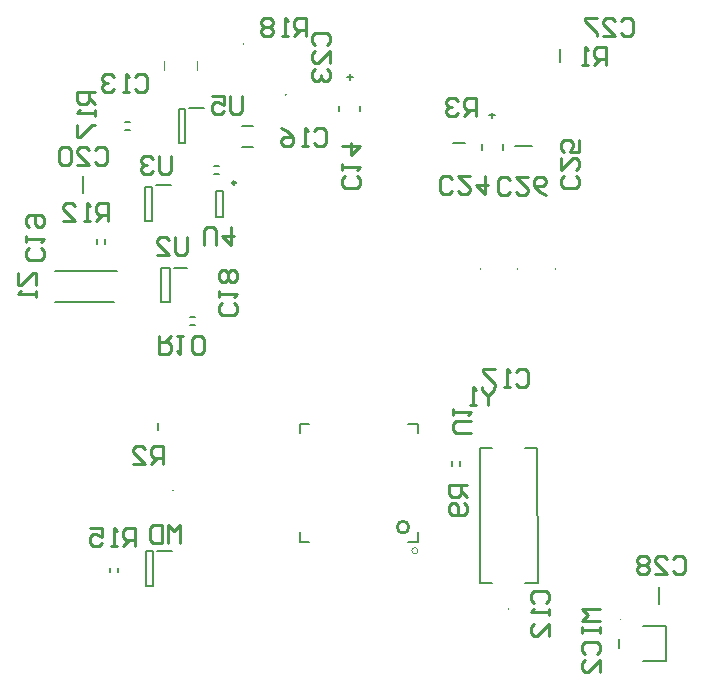
<source format=gbo>
G04*
G04 #@! TF.GenerationSoftware,Altium Limited,Altium Designer,22.6.1 (34)*
G04*
G04 Layer_Color=32896*
%FSLAX25Y25*%
%MOIN*%
G70*
G04*
G04 #@! TF.SameCoordinates,DDC90878-0471-41C9-9F99-EECD3968BD0F*
G04*
G04*
G04 #@! TF.FilePolarity,Positive*
G04*
G01*
G75*
%ADD10C,0.00394*%
%ADD11C,0.00787*%
%ADD13C,0.01000*%
%ADD112C,0.00000*%
%ADD113C,0.00984*%
%ADD114C,0.00800*%
%ADD115C,0.00591*%
D10*
X340870Y285374D02*
G03*
X340476Y285374I-197J0D01*
G01*
D02*
G03*
X340870Y285374I197J0D01*
G01*
X319000Y402595D02*
G03*
X319000Y402201I0J-197D01*
G01*
D02*
G03*
X319000Y402595I0J197D01*
G01*
X294000D02*
G03*
X294000Y402201I0J-197D01*
G01*
D02*
G03*
X294000Y402595I0J197D01*
G01*
X306500D02*
G03*
X306500Y402201I0J-197D01*
G01*
D02*
G03*
X306500Y402595I0J197D01*
G01*
X191405Y328500D02*
G03*
X191799Y328500I197J0D01*
G01*
D02*
G03*
X191405Y328500I-197J0D01*
G01*
X303500Y289196D02*
G03*
X303500Y288802I0J-197D01*
G01*
D02*
G03*
X303500Y289196I0J197D01*
G01*
X199492Y471714D02*
X199512Y468564D01*
X188508D02*
Y471714D01*
D11*
X229197Y460417D02*
G03*
X229197Y460417I-197J0D01*
G01*
X215197Y477347D02*
G03*
X215197Y477347I-197J0D01*
G01*
X348350Y283405D02*
X355831D01*
Y271595D02*
Y283405D01*
X348350Y271595D02*
X355831D01*
X340083Y275925D02*
Y279075D01*
X193417Y455709D02*
X195583D01*
X193417Y444291D02*
Y455709D01*
Y444291D02*
X195583D01*
Y455709D01*
X196961Y455905D02*
X201882D01*
X175713Y448622D02*
X177287D01*
X175713Y451378D02*
X177287D01*
X214734Y450056D02*
X218266D01*
X214734Y442944D02*
X218266D01*
X353500Y290744D02*
Y296256D01*
X173378Y301213D02*
Y302787D01*
X170622Y301213D02*
Y302787D01*
X186288Y308405D02*
X191210D01*
X184910Y296791D02*
Y308209D01*
X182745Y296791D02*
X184910D01*
X182745D02*
Y308209D01*
X184910D01*
X301543Y442114D02*
Y443886D01*
X294457Y442114D02*
Y443886D01*
X298000Y452547D02*
Y454516D01*
X297016Y453532D02*
X298984D01*
X284933Y444500D02*
X289067D01*
X305744Y443500D02*
X311256D01*
X320500Y471433D02*
Y475567D01*
X249516Y466413D02*
X251484D01*
X250500Y465429D02*
Y467398D01*
X246957Y454996D02*
Y456768D01*
X254043Y454996D02*
Y456768D01*
X205213Y434056D02*
X206787D01*
X205213Y436812D02*
X206787D01*
X197350Y386378D02*
X198925D01*
X197350Y383622D02*
X198925D01*
X186500Y348819D02*
Y351181D01*
X152157Y401618D02*
X173024D01*
X152157Y391382D02*
X171843D01*
X161500Y427744D02*
Y433256D01*
X166122Y410713D02*
Y412287D01*
X168878Y410713D02*
Y412287D01*
X191992Y402807D02*
X196126D01*
X190614Y391291D02*
Y402709D01*
X187661Y391291D02*
X190614D01*
X187661D02*
Y402709D01*
X190614D01*
X186059Y430299D02*
X190784D01*
X184681Y418291D02*
Y429709D01*
X182319Y418291D02*
X184681D01*
X182319D02*
Y429709D01*
X184681D01*
X309012Y297857D02*
X313146D01*
X312949Y342739D02*
X313146Y297857D01*
X309012Y342739D02*
X312949D01*
X293854D02*
X297988D01*
X293854Y297857D02*
Y342739D01*
Y297857D02*
X297988D01*
X284622Y336713D02*
Y338287D01*
X287378Y336713D02*
Y338287D01*
D13*
X270233Y316333D02*
G03*
X270233Y316333I-1969J0D01*
G01*
X312001Y290999D02*
X311001Y291999D01*
Y293998D01*
X312001Y294998D01*
X315999D01*
X316999Y293998D01*
Y291999D01*
X315999Y290999D01*
X316999Y289000D02*
Y287000D01*
Y288000D01*
X311001D01*
X312001Y289000D01*
X316999Y280002D02*
Y284001D01*
X313000Y280002D01*
X312001D01*
X311001Y281002D01*
Y283001D01*
X312001Y284001D01*
X333999Y288997D02*
X328001D01*
X330000Y286997D01*
X328001Y284998D01*
X333999D01*
X328001Y282998D02*
Y280999D01*
Y281999D01*
X333999D01*
Y282998D01*
Y280999D01*
X329001Y274002D02*
X328001Y275001D01*
Y277000D01*
X329001Y278000D01*
X332999D01*
X333999Y277000D01*
Y275001D01*
X332999Y274002D01*
X333999Y268003D02*
Y272002D01*
X330000Y268003D01*
X329001D01*
X328001Y269003D01*
Y271002D01*
X329001Y272002D01*
X214498Y459999D02*
Y455001D01*
X213499Y454001D01*
X211499D01*
X210500Y455001D01*
Y459999D01*
X204502D02*
X208500D01*
Y457000D01*
X206501Y458000D01*
X205501D01*
X204502Y457000D01*
Y455001D01*
X205501Y454001D01*
X207501D01*
X208500Y455001D01*
X239001Y476999D02*
X238001Y477998D01*
Y479998D01*
X239001Y480997D01*
X242999D01*
X243999Y479998D01*
Y477998D01*
X242999Y476999D01*
X243999Y471001D02*
Y474999D01*
X240000Y471001D01*
X239001D01*
X238001Y472000D01*
Y474000D01*
X239001Y474999D01*
Y469001D02*
X238001Y468002D01*
Y466002D01*
X239001Y465003D01*
X240000D01*
X241000Y466002D01*
Y467002D01*
Y466002D01*
X242000Y465003D01*
X242999D01*
X243999Y466002D01*
Y468002D01*
X242999Y469001D01*
X235998Y480001D02*
Y485999D01*
X232998D01*
X231999Y484999D01*
Y483000D01*
X232998Y482000D01*
X235998D01*
X233998D02*
X231999Y480001D01*
X229999D02*
X228000D01*
X229000D01*
Y485999D01*
X229999Y484999D01*
X225001D02*
X224002Y485999D01*
X222002D01*
X221002Y484999D01*
Y484000D01*
X222002Y483000D01*
X221002Y482000D01*
Y481001D01*
X222002Y480001D01*
X224002D01*
X225001Y481001D01*
Y482000D01*
X224002Y483000D01*
X225001Y484000D01*
Y484999D01*
X224002Y483000D02*
X222002D01*
X165499Y461498D02*
X159501D01*
Y458498D01*
X160501Y457499D01*
X162500D01*
X163500Y458498D01*
Y461498D01*
Y459498D02*
X165499Y457499D01*
Y455500D02*
Y453500D01*
Y454500D01*
X159501D01*
X160501Y455500D01*
X159501Y450501D02*
Y446502D01*
X160501D01*
X164499Y450501D01*
X165499D01*
X238499Y448499D02*
X239498Y449499D01*
X241498D01*
X242498Y448499D01*
Y444501D01*
X241498Y443501D01*
X239498D01*
X238499Y444501D01*
X236500Y443501D02*
X234500D01*
X235500D01*
Y449499D01*
X236500Y448499D01*
X227502Y449499D02*
X229502Y448499D01*
X231501Y446500D01*
Y444501D01*
X230502Y443501D01*
X228502D01*
X227502Y444501D01*
Y445500D01*
X228502Y446500D01*
X231501D01*
X290999Y347599D02*
X286001D01*
X285001Y348598D01*
Y350598D01*
X286001Y351597D01*
X290999D01*
X285001Y353597D02*
Y355596D01*
Y354596D01*
X290999D01*
X289999Y353597D01*
X358301Y305798D02*
X359301Y306798D01*
X361300D01*
X362300Y305798D01*
Y301800D01*
X361300Y300800D01*
X359301D01*
X358301Y301800D01*
X352303Y300800D02*
X356302D01*
X352303Y304799D01*
Y305798D01*
X353303Y306798D01*
X355302D01*
X356302Y305798D01*
X350304D02*
X349304Y306798D01*
X347305D01*
X346305Y305798D01*
Y304799D01*
X347305Y303799D01*
X346305Y302799D01*
Y301800D01*
X347305Y300800D01*
X349304D01*
X350304Y301800D01*
Y302799D01*
X349304Y303799D01*
X350304Y304799D01*
Y305798D01*
X349304Y303799D02*
X347305D01*
X178998Y310001D02*
Y315999D01*
X175998D01*
X174999Y314999D01*
Y313000D01*
X175998Y312000D01*
X178998D01*
X176998D02*
X174999Y310001D01*
X173000D02*
X171000D01*
X172000D01*
Y315999D01*
X173000Y314999D01*
X164002Y315999D02*
X168001D01*
Y313000D01*
X166002Y314000D01*
X165002D01*
X164002Y313000D01*
Y311001D01*
X165002Y310001D01*
X167001D01*
X168001Y311001D01*
X193998Y311001D02*
Y316999D01*
X191999Y315000D01*
X190000Y316999D01*
Y311001D01*
X188000Y316999D02*
Y311001D01*
X185001D01*
X184002Y312001D01*
Y315999D01*
X185001Y316999D01*
X188000D01*
X284501Y428501D02*
X283502Y427501D01*
X281502D01*
X280503Y428501D01*
Y432499D01*
X281502Y433499D01*
X283502D01*
X284501Y432499D01*
X290499Y433499D02*
X286501D01*
X290499Y429500D01*
Y428501D01*
X289500Y427501D01*
X287500D01*
X286501Y428501D01*
X295498Y433499D02*
Y427501D01*
X292499Y430500D01*
X296497D01*
X292498Y453501D02*
Y459499D01*
X289499D01*
X288500Y458499D01*
Y456500D01*
X289499Y455500D01*
X292498D01*
X290499D02*
X288500Y453501D01*
X286500Y458499D02*
X285501Y459499D01*
X283501D01*
X282502Y458499D01*
Y457500D01*
X283501Y456500D01*
X284501D01*
X283501D01*
X282502Y455500D01*
Y454501D01*
X283501Y453501D01*
X285501D01*
X286500Y454501D01*
X325999Y433501D02*
X326999Y432502D01*
Y430502D01*
X325999Y429503D01*
X322001D01*
X321001Y430502D01*
Y432502D01*
X322001Y433501D01*
X321001Y439499D02*
Y435501D01*
X325000Y439499D01*
X325999D01*
X326999Y438500D01*
Y436500D01*
X325999Y435501D01*
X326999Y445497D02*
Y441499D01*
X324000D01*
X325000Y443498D01*
Y444498D01*
X324000Y445497D01*
X322001D01*
X321001Y444498D01*
Y442498D01*
X322001Y441499D01*
X304001Y428001D02*
X303002Y427001D01*
X301002D01*
X300003Y428001D01*
Y431999D01*
X301002Y432999D01*
X303002D01*
X304001Y431999D01*
X309999Y432999D02*
X306001D01*
X309999Y429000D01*
Y428001D01*
X309000Y427001D01*
X307000D01*
X306001Y428001D01*
X315997Y427001D02*
X313998Y428001D01*
X311999Y430000D01*
Y431999D01*
X312998Y432999D01*
X314998D01*
X315997Y431999D01*
Y431000D01*
X314998Y430000D01*
X311999D01*
X340999Y484999D02*
X341998Y485999D01*
X343998D01*
X344997Y484999D01*
Y481001D01*
X343998Y480001D01*
X341998D01*
X340999Y481001D01*
X335001Y480001D02*
X338999D01*
X335001Y484000D01*
Y484999D01*
X336000Y485999D01*
X338000D01*
X338999Y484999D01*
X333001Y485999D02*
X329003D01*
Y484999D01*
X333001Y481001D01*
Y480001D01*
X335999Y470501D02*
Y476499D01*
X333000D01*
X332000Y475499D01*
Y473500D01*
X333000Y472500D01*
X335999D01*
X333999D02*
X332000Y470501D01*
X330001D02*
X328001D01*
X329001D01*
Y476499D01*
X330001Y475499D01*
X252999Y433501D02*
X253999Y432502D01*
Y430502D01*
X252999Y429502D01*
X249001D01*
X248001Y430502D01*
Y432502D01*
X249001Y433501D01*
X248001Y435500D02*
Y437500D01*
Y436500D01*
X253999D01*
X252999Y435500D01*
X248001Y443498D02*
X253999D01*
X251000Y440499D01*
Y444498D01*
X202002Y410501D02*
Y415499D01*
X203001Y416499D01*
X205001D01*
X206000Y415499D01*
Y410501D01*
X210999Y416499D02*
Y410501D01*
X208000Y413500D01*
X211998D01*
X211999Y391001D02*
X212999Y390002D01*
Y388002D01*
X211999Y387002D01*
X208001D01*
X207001Y388002D01*
Y390002D01*
X208001Y391001D01*
X207001Y393001D02*
Y395000D01*
Y394000D01*
X212999D01*
X211999Y393001D01*
Y397999D02*
X212999Y398998D01*
Y400998D01*
X211999Y401998D01*
X211000D01*
X210000Y400998D01*
X209000Y401998D01*
X208001D01*
X207001Y400998D01*
Y398998D01*
X208001Y397999D01*
X209000D01*
X210000Y398998D01*
X211000Y397999D01*
X211999D01*
X210000Y398998D02*
Y400998D01*
X187002Y379999D02*
Y374001D01*
X190001D01*
X191001Y375001D01*
Y377000D01*
X190001Y378000D01*
X187002D01*
X189002D02*
X191001Y379999D01*
X193000D02*
X195000D01*
X194000D01*
Y374001D01*
X193000Y375001D01*
X197999D02*
X198999Y374001D01*
X200998D01*
X201998Y375001D01*
Y378999D01*
X200998Y379999D01*
X198999D01*
X197999Y378999D01*
Y375001D01*
X188200Y337400D02*
Y343398D01*
X185201D01*
X184201Y342398D01*
Y340399D01*
X185201Y339399D01*
X188200D01*
X186201D02*
X184201Y337400D01*
X178203D02*
X182202D01*
X178203Y341399D01*
Y342398D01*
X179203Y343398D01*
X181202D01*
X182202Y342398D01*
X178999Y466499D02*
X179999Y467499D01*
X181998D01*
X182998Y466499D01*
Y462501D01*
X181998Y461501D01*
X179999D01*
X178999Y462501D01*
X176999Y461501D02*
X175000D01*
X176000D01*
Y467499D01*
X176999Y466499D01*
X172001D02*
X171001Y467499D01*
X169002D01*
X168002Y466499D01*
Y465500D01*
X169002Y464500D01*
X170002D01*
X169002D01*
X168002Y463500D01*
Y462501D01*
X169002Y461501D01*
X171001D01*
X172001Y462501D01*
X147499Y409501D02*
X148499Y408501D01*
Y406502D01*
X147499Y405502D01*
X143501D01*
X142501Y406502D01*
Y408501D01*
X143501Y409501D01*
X142501Y411501D02*
Y413500D01*
Y412500D01*
X148499D01*
X147499Y411501D01*
X143501Y416499D02*
X142501Y417498D01*
Y419498D01*
X143501Y420498D01*
X147499D01*
X148499Y419498D01*
Y417498D01*
X147499Y416499D01*
X146500D01*
X145500Y417498D01*
Y420498D01*
X140001Y400999D02*
Y397000D01*
X141001D01*
X144999Y400999D01*
X145999D01*
Y397000D01*
Y395001D02*
Y393001D01*
Y394001D01*
X140001D01*
X141001Y395001D01*
X165499Y441999D02*
X166498Y442999D01*
X168498D01*
X169497Y441999D01*
Y438001D01*
X168498Y437001D01*
X166498D01*
X165499Y438001D01*
X159501Y437001D02*
X163499D01*
X159501Y441000D01*
Y441999D01*
X160500Y442999D01*
X162500D01*
X163499Y441999D01*
X157501D02*
X156502Y442999D01*
X154502D01*
X153503Y441999D01*
Y438001D01*
X154502Y437001D01*
X156502D01*
X157501Y438001D01*
Y441999D01*
X169998Y418501D02*
Y424499D01*
X166999D01*
X165999Y423499D01*
Y421500D01*
X166999Y420500D01*
X169998D01*
X167998D02*
X165999Y418501D01*
X163999D02*
X162000D01*
X163000D01*
Y424499D01*
X163999Y423499D01*
X155002Y418501D02*
X159001D01*
X155002Y422500D01*
Y423499D01*
X156002Y424499D01*
X158001D01*
X159001Y423499D01*
X196200Y412998D02*
Y408000D01*
X195200Y407000D01*
X193201D01*
X192201Y408000D01*
Y412998D01*
X186203Y407000D02*
X190202D01*
X186203Y410999D01*
Y411998D01*
X187203Y412998D01*
X189202D01*
X190202Y411998D01*
X190900Y440098D02*
Y435100D01*
X189900Y434100D01*
X187901D01*
X186901Y435100D01*
Y440098D01*
X184902Y439098D02*
X183902Y440098D01*
X181903D01*
X180903Y439098D01*
Y438099D01*
X181903Y437099D01*
X182903D01*
X181903D01*
X180903Y436099D01*
Y435100D01*
X181903Y434100D01*
X183902D01*
X184902Y435100D01*
X298700Y362998D02*
Y361998D01*
X296701Y359999D01*
X294701Y361998D01*
Y362998D01*
X296701Y359999D02*
Y357000D01*
X292702D02*
X290703D01*
X291702D01*
Y362998D01*
X292702Y361998D01*
X289499Y330498D02*
X283501D01*
Y327499D01*
X284501Y326500D01*
X286500D01*
X287500Y327499D01*
Y330498D01*
Y328499D02*
X289499Y326500D01*
X288499Y324500D02*
X289499Y323501D01*
Y321501D01*
X288499Y320502D01*
X284501D01*
X283501Y321501D01*
Y323501D01*
X284501Y324500D01*
X285500D01*
X286500Y323501D01*
Y320502D01*
X305901Y367998D02*
X306901Y368998D01*
X308900D01*
X309900Y367998D01*
Y364000D01*
X308900Y363000D01*
X306901D01*
X305901Y364000D01*
X303902Y363000D02*
X301903D01*
X302902D01*
Y368998D01*
X303902Y367998D01*
X298904Y368998D02*
X294905D01*
Y367998D01*
X298904Y364000D01*
Y363000D01*
D112*
X273201Y308460D02*
G03*
X273201Y308460I-1000J0D01*
G01*
D113*
X212413Y431087D02*
G03*
X212413Y431087I-492J0D01*
G01*
D114*
X273185Y347633D02*
Y350782D01*
X270035D02*
X273185D01*
X270035Y311412D02*
X273185D01*
Y314562D01*
X233815Y311412D02*
Y314562D01*
Y311412D02*
X236965D01*
X233815Y350782D02*
X236965D01*
X233815Y347633D02*
Y350782D01*
D115*
X205819Y419669D02*
Y428331D01*
X208181Y419669D02*
Y428331D01*
X205819Y419669D02*
X208181D01*
X205819Y428331D02*
X208181D01*
M02*

</source>
